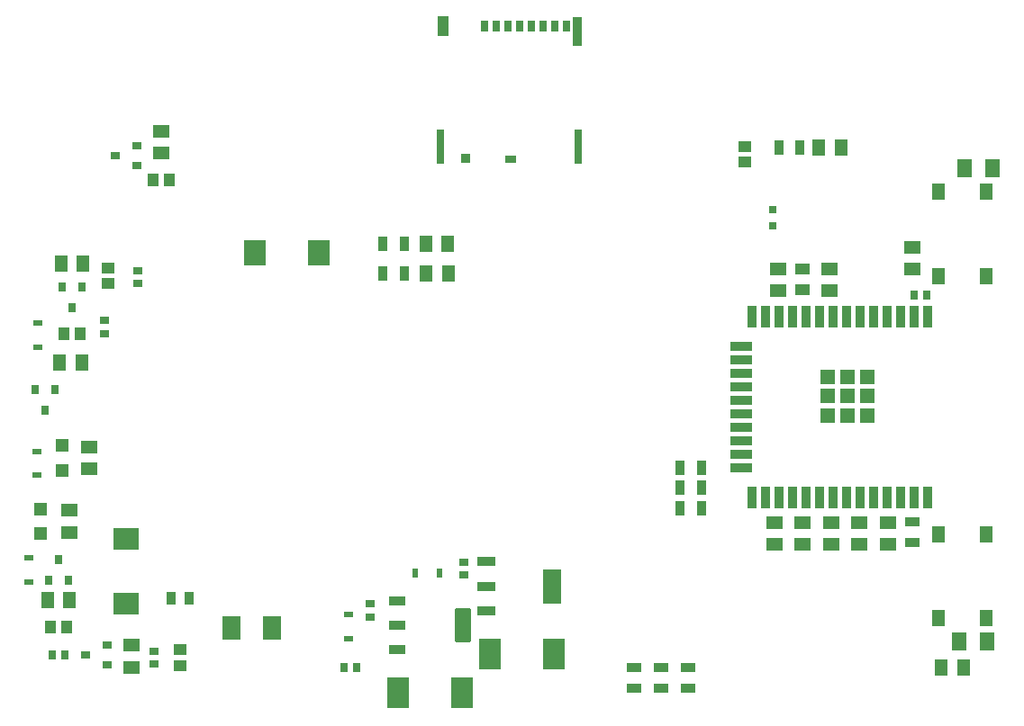
<source format=gtp>
G04*
G04 #@! TF.GenerationSoftware,Altium Limited,Altium Designer,22.7.1 (60)*
G04*
G04 Layer_Color=8421504*
%FSLAX44Y44*%
%MOMM*%
G71*
G04*
G04 #@! TF.SameCoordinates,F9262A58-C723-4885-9EE7-A1CEE64B0761*
G04*
G04*
G04 #@! TF.FilePolarity,Positive*
G04*
G01*
G75*
%ADD15R,1.3000X1.5500*%
%ADD16R,1.4000X1.8000*%
%ADD17R,1.2065X1.5082*%
%ADD18R,0.7000X1.1000*%
%ADD19R,1.0500X0.7800*%
%ADD20R,0.9000X0.9300*%
%ADD21R,1.1400X1.8300*%
%ADD22R,0.7000X3.3000*%
%ADD23R,0.8600X2.8000*%
%ADD24R,0.9000X0.7500*%
%ADD25R,1.2621X1.0046*%
%ADD26R,0.8300X0.6300*%
%ADD27R,1.5082X1.2065*%
%ADD28R,1.7145X2.1844*%
%ADD29R,0.6300X0.8300*%
%ADD30R,0.9000X0.8000*%
%ADD31R,1.0046X1.2621*%
%ADD32R,1.9900X2.3300*%
%ADD33R,0.9500X1.4500*%
%ADD34R,1.4082X1.0065*%
G04:AMPARAMS|DCode=35|XSize=0.9mm|YSize=1.75mm|CornerRadius=0.0495mm|HoleSize=0mm|Usage=FLASHONLY|Rotation=90.000|XOffset=0mm|YOffset=0mm|HoleType=Round|Shape=RoundedRectangle|*
%AMROUNDEDRECTD35*
21,1,0.9000,1.6510,0,0,90.0*
21,1,0.8010,1.7500,0,0,90.0*
1,1,0.0990,0.8255,0.4005*
1,1,0.0990,0.8255,-0.4005*
1,1,0.0990,-0.8255,-0.4005*
1,1,0.0990,-0.8255,0.4005*
%
%ADD35ROUNDEDRECTD35*%
G04:AMPARAMS|DCode=36|XSize=3.2mm|YSize=1.75mm|CornerRadius=0.0525mm|HoleSize=0mm|Usage=FLASHONLY|Rotation=90.000|XOffset=0mm|YOffset=0mm|HoleType=Round|Shape=RoundedRectangle|*
%AMROUNDEDRECTD36*
21,1,3.2000,1.6450,0,0,90.0*
21,1,3.0950,1.7500,0,0,90.0*
1,1,0.1050,0.8225,1.5475*
1,1,0.1050,0.8225,-1.5475*
1,1,0.1050,-0.8225,-1.5475*
1,1,0.1050,-0.8225,1.5475*
%
%ADD36ROUNDEDRECTD36*%
%ADD37R,0.7500X0.9000*%
%ADD38R,1.4500X0.9500*%
%ADD39R,0.9000X2.0000*%
%ADD40R,2.0000X0.9000*%
%ADD41R,1.3300X1.3300*%
%ADD42R,0.8000X0.9000*%
%ADD43R,0.8000X0.9000*%
G04:AMPARAMS|DCode=44|XSize=3.15mm|YSize=1.45mm|CornerRadius=0.0508mm|HoleSize=0mm|Usage=FLASHONLY|Rotation=90.000|XOffset=0mm|YOffset=0mm|HoleType=Round|Shape=RoundedRectangle|*
%AMROUNDEDRECTD44*
21,1,3.1500,1.3485,0,0,90.0*
21,1,3.0485,1.4500,0,0,90.0*
1,1,0.1015,0.6743,1.5243*
1,1,0.1015,0.6743,-1.5243*
1,1,0.1015,-0.6743,-1.5243*
1,1,0.1015,-0.6743,1.5243*
%
%ADD44ROUNDEDRECTD44*%
G04:AMPARAMS|DCode=45|XSize=0.9mm|YSize=1.45mm|CornerRadius=0.0495mm|HoleSize=0mm|Usage=FLASHONLY|Rotation=90.000|XOffset=0mm|YOffset=0mm|HoleType=Round|Shape=RoundedRectangle|*
%AMROUNDEDRECTD45*
21,1,0.9000,1.3510,0,0,90.0*
21,1,0.8010,1.4500,0,0,90.0*
1,1,0.0990,0.6755,0.4005*
1,1,0.0990,0.6755,-0.4005*
1,1,0.0990,-0.6755,-0.4005*
1,1,0.0990,-0.6755,0.4005*
%
%ADD45ROUNDEDRECTD45*%
%ADD46R,2.0000X3.0000*%
%ADD47R,1.1500X1.1500*%
%ADD48R,2.3300X1.9900*%
%ADD49R,0.8065X1.3082*%
%ADD50R,0.8000X0.8000*%
D15*
X1123400Y200712D02*
D03*
Y280212D02*
D03*
X1168400Y200712D02*
D03*
Y280212D02*
D03*
X1123400Y523240D02*
D03*
Y602740D02*
D03*
X1168400Y523240D02*
D03*
Y602740D02*
D03*
D16*
X1142954Y179324D02*
D03*
X1168954D02*
D03*
X1147780Y624840D02*
D03*
X1173780D02*
D03*
D17*
X1125633Y154432D02*
D03*
X1146651D02*
D03*
X319119Y534670D02*
D03*
X298101D02*
D03*
X1010571Y643890D02*
D03*
X1031589D02*
D03*
X641350Y525780D02*
D03*
X662367D02*
D03*
X641001Y553720D02*
D03*
X662019D02*
D03*
X317849Y441960D02*
D03*
X296831D02*
D03*
X306419Y218440D02*
D03*
X285401D02*
D03*
D18*
X773200Y758000D02*
D03*
X762200D02*
D03*
X740200D02*
D03*
X729200D02*
D03*
X718200D02*
D03*
X707200D02*
D03*
X696200D02*
D03*
X751200D02*
D03*
D19*
X720950Y632600D02*
D03*
D20*
X678300Y633350D02*
D03*
D21*
X657400Y757850D02*
D03*
D22*
X655200Y645200D02*
D03*
X784800D02*
D03*
D23*
X784000Y753000D02*
D03*
D24*
X370840Y515970D02*
D03*
Y527970D02*
D03*
X339090Y480980D02*
D03*
Y468980D02*
D03*
X386080Y157830D02*
D03*
Y169830D02*
D03*
X676910Y253650D02*
D03*
Y241650D02*
D03*
X589280Y214280D02*
D03*
Y202280D02*
D03*
D25*
X342900Y515844D02*
D03*
Y530860D02*
D03*
X941070Y630032D02*
D03*
Y645048D02*
D03*
X410210Y156322D02*
D03*
Y171338D02*
D03*
D26*
X275590Y357860D02*
D03*
Y335560D02*
D03*
X568960Y181890D02*
D03*
Y204190D02*
D03*
X276860Y456210D02*
D03*
Y478510D02*
D03*
X267970Y235230D02*
D03*
Y257530D02*
D03*
D27*
X1021080Y508921D02*
D03*
Y529939D02*
D03*
X392430Y659479D02*
D03*
Y638461D02*
D03*
X972820Y529939D02*
D03*
Y508921D02*
D03*
X1075690Y270161D02*
D03*
Y291179D02*
D03*
X1049020Y270161D02*
D03*
Y291179D02*
D03*
X1022350D02*
D03*
Y270161D02*
D03*
X995680Y291179D02*
D03*
Y270161D02*
D03*
X969010Y291179D02*
D03*
Y270161D02*
D03*
X1098550Y550259D02*
D03*
Y529241D02*
D03*
X364490Y154591D02*
D03*
Y175609D02*
D03*
X325120Y341281D02*
D03*
Y362299D02*
D03*
X306070Y302609D02*
D03*
Y281591D02*
D03*
D28*
X458153Y191770D02*
D03*
X496888D02*
D03*
D29*
X631470Y243066D02*
D03*
X653770D02*
D03*
D30*
X369410Y645770D02*
D03*
X349410Y636270D02*
D03*
X369410Y626770D02*
D03*
X321470Y166370D02*
D03*
X341470Y175870D02*
D03*
Y156870D02*
D03*
D31*
X399938Y613410D02*
D03*
X384922D02*
D03*
X303418Y193040D02*
D03*
X288402D02*
D03*
X301214Y468630D02*
D03*
X316230D02*
D03*
D32*
X480440Y544830D02*
D03*
X540640D02*
D03*
D33*
X992730Y643890D02*
D03*
X973230D02*
D03*
X880520Y342900D02*
D03*
X900020D02*
D03*
X880520Y304800D02*
D03*
X900020D02*
D03*
X880520Y323850D02*
D03*
X900020D02*
D03*
X620620Y525780D02*
D03*
X601120D02*
D03*
X620620Y553720D02*
D03*
X601120D02*
D03*
D34*
X995680Y529478D02*
D03*
Y510461D02*
D03*
D35*
X697730Y254140D02*
D03*
Y231140D02*
D03*
Y208140D02*
D03*
D36*
X760230Y231140D02*
D03*
D37*
X1100170Y505460D02*
D03*
X1112170D02*
D03*
X576230Y154940D02*
D03*
X564230D02*
D03*
X301910Y166370D02*
D03*
X289910D02*
D03*
D38*
X1098550Y272190D02*
D03*
Y291690D02*
D03*
X887730Y154530D02*
D03*
Y135030D02*
D03*
X862330Y154530D02*
D03*
Y135030D02*
D03*
X836930Y154530D02*
D03*
Y135030D02*
D03*
D39*
X1112600Y485000D02*
D03*
X1099900D02*
D03*
X1087200D02*
D03*
X1074500D02*
D03*
X1061800D02*
D03*
X1049100D02*
D03*
X1036400D02*
D03*
X1023700D02*
D03*
X1011000D02*
D03*
X998300D02*
D03*
X985600D02*
D03*
X972900D02*
D03*
X960200D02*
D03*
X947500D02*
D03*
Y315000D02*
D03*
X960200D02*
D03*
X972900D02*
D03*
X985600D02*
D03*
X998300D02*
D03*
X1011000D02*
D03*
X1023700D02*
D03*
X1036400D02*
D03*
X1049100D02*
D03*
X1061800D02*
D03*
X1074500D02*
D03*
X1087200D02*
D03*
X1099900D02*
D03*
X1112600D02*
D03*
D40*
X937500Y457150D02*
D03*
Y444450D02*
D03*
Y431750D02*
D03*
Y419050D02*
D03*
Y406350D02*
D03*
Y393650D02*
D03*
Y380950D02*
D03*
Y368250D02*
D03*
Y355550D02*
D03*
Y342850D02*
D03*
D41*
X1055950Y428350D02*
D03*
Y410000D02*
D03*
Y391650D02*
D03*
X1037600Y428350D02*
D03*
Y410000D02*
D03*
Y391650D02*
D03*
X1019250Y428350D02*
D03*
Y410000D02*
D03*
Y391650D02*
D03*
D42*
X283210Y396400D02*
D03*
X292710Y416400D02*
D03*
X273710D02*
D03*
X286410Y236380D02*
D03*
X305410D02*
D03*
X295910Y256380D02*
D03*
D43*
X318110Y512920D02*
D03*
X308610Y492920D02*
D03*
X299110Y512920D02*
D03*
D44*
X675910Y194310D02*
D03*
D45*
X614410D02*
D03*
Y171310D02*
D03*
Y217310D02*
D03*
D46*
X675160Y130810D02*
D03*
X615160D02*
D03*
X761520Y167640D02*
D03*
X701520D02*
D03*
D47*
X299720Y363540D02*
D03*
Y340041D02*
D03*
X279400Y280350D02*
D03*
Y303850D02*
D03*
D48*
X359410Y215010D02*
D03*
Y275210D02*
D03*
D49*
X401701Y219710D02*
D03*
X418719D02*
D03*
D50*
X967740Y570350D02*
D03*
Y585350D02*
D03*
M02*

</source>
